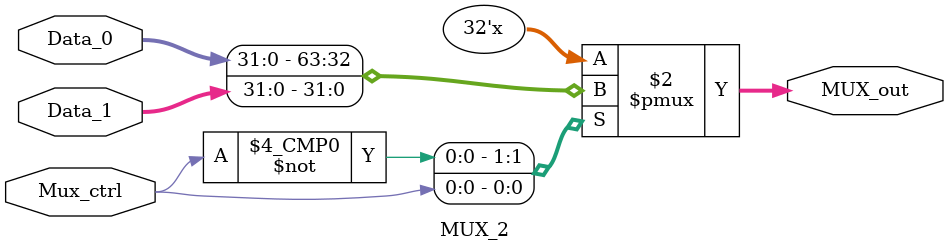
<source format=sv>
`timescale 1ns / 1ps


module MUX_2(
    input Mux_ctrl,
    input [31:0] Data_1,
    input [31:0] Data_0,
    output reg [31:0] MUX_out
    );
    
    always_comb begin
        case(Mux_ctrl) 
            0:MUX_out<= Data_0;
            1:MUX_out<= Data_1;
            default: MUX_out<=Data_0;
        endcase
    end 
endmodule

</source>
